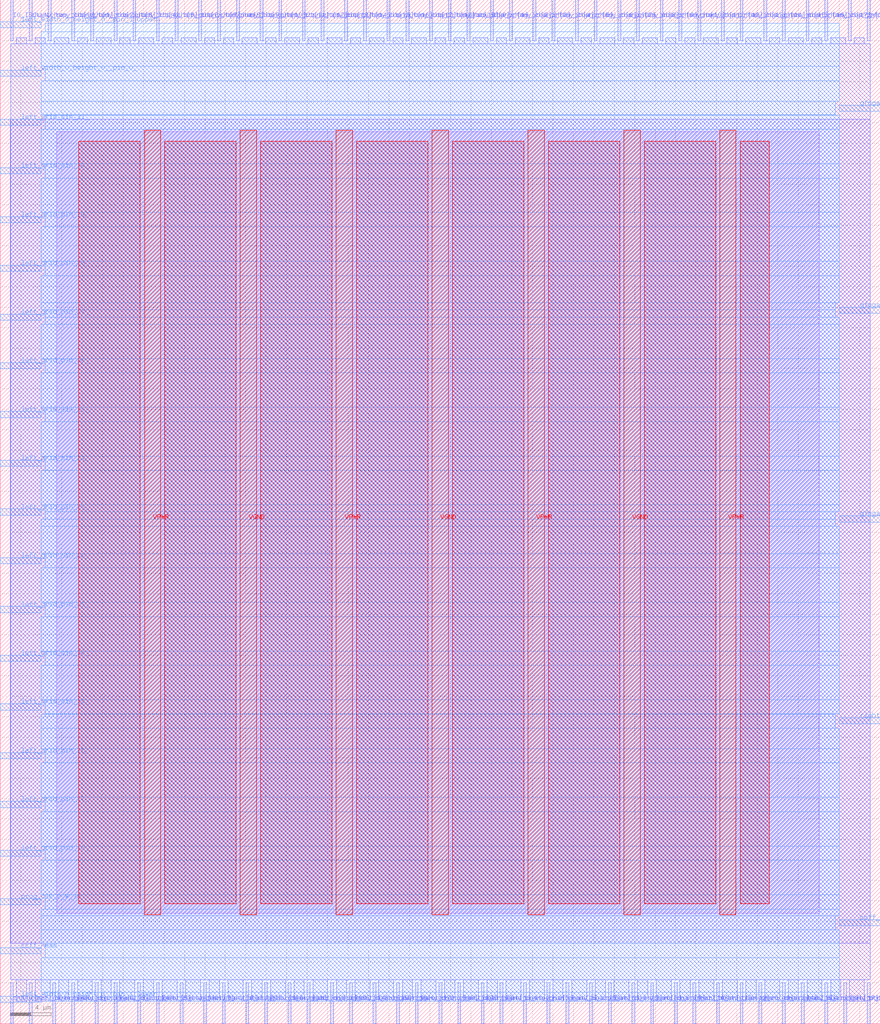
<source format=lef>
VERSION 5.7 ;
  NOWIREEXTENSIONATPIN ON ;
  DIVIDERCHAR "/" ;
  BUSBITCHARS "[]" ;
MACRO cby_2__1_
  CLASS BLOCK ;
  FOREIGN cby_2__1_ ;
  ORIGIN 0.000 0.000 ;
  SIZE 86.000 BY 100.000 ;
  PIN IO_ISOL_N
    DIRECTION INPUT ;
    USE SIGNAL ;
    PORT
      LAYER met2 ;
        RECT 1.010 96.000 1.290 100.000 ;
    END
  END IO_ISOL_N
  PIN VGND
    DIRECTION INPUT ;
    USE GROUND ;
    PORT
      LAYER met4 ;
        RECT 23.460 10.640 25.060 87.280 ;
    END
    PORT
      LAYER met4 ;
        RECT 42.200 10.640 43.800 87.280 ;
    END
    PORT
      LAYER met4 ;
        RECT 60.940 10.640 62.540 87.280 ;
    END
  END VGND
  PIN VPWR
    DIRECTION INPUT ;
    USE POWER ;
    PORT
      LAYER met4 ;
        RECT 14.090 10.640 15.690 87.280 ;
    END
    PORT
      LAYER met4 ;
        RECT 32.830 10.640 34.430 87.280 ;
    END
    PORT
      LAYER met4 ;
        RECT 51.570 10.640 53.170 87.280 ;
    END
    PORT
      LAYER met4 ;
        RECT 70.310 10.640 71.910 87.280 ;
    END
  END VPWR
  PIN ccff_head
    DIRECTION INPUT ;
    USE SIGNAL ;
    PORT
      LAYER met3 ;
        RECT 0.000 6.840 4.000 7.440 ;
    END
  END ccff_head
  PIN ccff_tail
    DIRECTION OUTPUT TRISTATE ;
    USE SIGNAL ;
    PORT
      LAYER met3 ;
        RECT 82.000 9.560 86.000 10.160 ;
    END
  END ccff_tail
  PIN chany_bottom_in[0]
    DIRECTION INPUT ;
    USE SIGNAL ;
    PORT
      LAYER met2 ;
        RECT 42.870 0.000 43.150 4.000 ;
    END
  END chany_bottom_in[0]
  PIN chany_bottom_in[10]
    DIRECTION INPUT ;
    USE SIGNAL ;
    PORT
      LAYER met2 ;
        RECT 63.570 0.000 63.850 4.000 ;
    END
  END chany_bottom_in[10]
  PIN chany_bottom_in[11]
    DIRECTION INPUT ;
    USE SIGNAL ;
    PORT
      LAYER met2 ;
        RECT 65.870 0.000 66.150 4.000 ;
    END
  END chany_bottom_in[11]
  PIN chany_bottom_in[12]
    DIRECTION INPUT ;
    USE SIGNAL ;
    PORT
      LAYER met2 ;
        RECT 67.710 0.000 67.990 4.000 ;
    END
  END chany_bottom_in[12]
  PIN chany_bottom_in[13]
    DIRECTION INPUT ;
    USE SIGNAL ;
    PORT
      LAYER met2 ;
        RECT 70.010 0.000 70.290 4.000 ;
    END
  END chany_bottom_in[13]
  PIN chany_bottom_in[14]
    DIRECTION INPUT ;
    USE SIGNAL ;
    PORT
      LAYER met2 ;
        RECT 72.310 0.000 72.590 4.000 ;
    END
  END chany_bottom_in[14]
  PIN chany_bottom_in[15]
    DIRECTION INPUT ;
    USE SIGNAL ;
    PORT
      LAYER met2 ;
        RECT 74.150 0.000 74.430 4.000 ;
    END
  END chany_bottom_in[15]
  PIN chany_bottom_in[16]
    DIRECTION INPUT ;
    USE SIGNAL ;
    PORT
      LAYER met2 ;
        RECT 76.450 0.000 76.730 4.000 ;
    END
  END chany_bottom_in[16]
  PIN chany_bottom_in[17]
    DIRECTION INPUT ;
    USE SIGNAL ;
    PORT
      LAYER met2 ;
        RECT 78.290 0.000 78.570 4.000 ;
    END
  END chany_bottom_in[17]
  PIN chany_bottom_in[18]
    DIRECTION INPUT ;
    USE SIGNAL ;
    PORT
      LAYER met2 ;
        RECT 80.590 0.000 80.870 4.000 ;
    END
  END chany_bottom_in[18]
  PIN chany_bottom_in[19]
    DIRECTION INPUT ;
    USE SIGNAL ;
    PORT
      LAYER met2 ;
        RECT 82.430 0.000 82.710 4.000 ;
    END
  END chany_bottom_in[19]
  PIN chany_bottom_in[1]
    DIRECTION INPUT ;
    USE SIGNAL ;
    PORT
      LAYER met2 ;
        RECT 44.710 0.000 44.990 4.000 ;
    END
  END chany_bottom_in[1]
  PIN chany_bottom_in[2]
    DIRECTION INPUT ;
    USE SIGNAL ;
    PORT
      LAYER met2 ;
        RECT 47.010 0.000 47.290 4.000 ;
    END
  END chany_bottom_in[2]
  PIN chany_bottom_in[3]
    DIRECTION INPUT ;
    USE SIGNAL ;
    PORT
      LAYER met2 ;
        RECT 48.850 0.000 49.130 4.000 ;
    END
  END chany_bottom_in[3]
  PIN chany_bottom_in[4]
    DIRECTION INPUT ;
    USE SIGNAL ;
    PORT
      LAYER met2 ;
        RECT 51.150 0.000 51.430 4.000 ;
    END
  END chany_bottom_in[4]
  PIN chany_bottom_in[5]
    DIRECTION INPUT ;
    USE SIGNAL ;
    PORT
      LAYER met2 ;
        RECT 53.450 0.000 53.730 4.000 ;
    END
  END chany_bottom_in[5]
  PIN chany_bottom_in[6]
    DIRECTION INPUT ;
    USE SIGNAL ;
    PORT
      LAYER met2 ;
        RECT 55.290 0.000 55.570 4.000 ;
    END
  END chany_bottom_in[6]
  PIN chany_bottom_in[7]
    DIRECTION INPUT ;
    USE SIGNAL ;
    PORT
      LAYER met2 ;
        RECT 57.590 0.000 57.870 4.000 ;
    END
  END chany_bottom_in[7]
  PIN chany_bottom_in[8]
    DIRECTION INPUT ;
    USE SIGNAL ;
    PORT
      LAYER met2 ;
        RECT 59.430 0.000 59.710 4.000 ;
    END
  END chany_bottom_in[8]
  PIN chany_bottom_in[9]
    DIRECTION INPUT ;
    USE SIGNAL ;
    PORT
      LAYER met2 ;
        RECT 61.730 0.000 62.010 4.000 ;
    END
  END chany_bottom_in[9]
  PIN chany_bottom_out[0]
    DIRECTION OUTPUT TRISTATE ;
    USE SIGNAL ;
    PORT
      LAYER met2 ;
        RECT 1.010 0.000 1.290 4.000 ;
    END
  END chany_bottom_out[0]
  PIN chany_bottom_out[10]
    DIRECTION OUTPUT TRISTATE ;
    USE SIGNAL ;
    PORT
      LAYER met2 ;
        RECT 21.710 0.000 21.990 4.000 ;
    END
  END chany_bottom_out[10]
  PIN chany_bottom_out[11]
    DIRECTION OUTPUT TRISTATE ;
    USE SIGNAL ;
    PORT
      LAYER met2 ;
        RECT 24.010 0.000 24.290 4.000 ;
    END
  END chany_bottom_out[11]
  PIN chany_bottom_out[12]
    DIRECTION OUTPUT TRISTATE ;
    USE SIGNAL ;
    PORT
      LAYER met2 ;
        RECT 25.850 0.000 26.130 4.000 ;
    END
  END chany_bottom_out[12]
  PIN chany_bottom_out[13]
    DIRECTION OUTPUT TRISTATE ;
    USE SIGNAL ;
    PORT
      LAYER met2 ;
        RECT 28.150 0.000 28.430 4.000 ;
    END
  END chany_bottom_out[13]
  PIN chany_bottom_out[14]
    DIRECTION OUTPUT TRISTATE ;
    USE SIGNAL ;
    PORT
      LAYER met2 ;
        RECT 29.990 0.000 30.270 4.000 ;
    END
  END chany_bottom_out[14]
  PIN chany_bottom_out[15]
    DIRECTION OUTPUT TRISTATE ;
    USE SIGNAL ;
    PORT
      LAYER met2 ;
        RECT 32.290 0.000 32.570 4.000 ;
    END
  END chany_bottom_out[15]
  PIN chany_bottom_out[16]
    DIRECTION OUTPUT TRISTATE ;
    USE SIGNAL ;
    PORT
      LAYER met2 ;
        RECT 34.130 0.000 34.410 4.000 ;
    END
  END chany_bottom_out[16]
  PIN chany_bottom_out[17]
    DIRECTION OUTPUT TRISTATE ;
    USE SIGNAL ;
    PORT
      LAYER met2 ;
        RECT 36.430 0.000 36.710 4.000 ;
    END
  END chany_bottom_out[17]
  PIN chany_bottom_out[18]
    DIRECTION OUTPUT TRISTATE ;
    USE SIGNAL ;
    PORT
      LAYER met2 ;
        RECT 38.730 0.000 39.010 4.000 ;
    END
  END chany_bottom_out[18]
  PIN chany_bottom_out[19]
    DIRECTION OUTPUT TRISTATE ;
    USE SIGNAL ;
    PORT
      LAYER met2 ;
        RECT 40.570 0.000 40.850 4.000 ;
    END
  END chany_bottom_out[19]
  PIN chany_bottom_out[1]
    DIRECTION OUTPUT TRISTATE ;
    USE SIGNAL ;
    PORT
      LAYER met2 ;
        RECT 2.850 0.000 3.130 4.000 ;
    END
  END chany_bottom_out[1]
  PIN chany_bottom_out[2]
    DIRECTION OUTPUT TRISTATE ;
    USE SIGNAL ;
    PORT
      LAYER met2 ;
        RECT 5.150 0.000 5.430 4.000 ;
    END
  END chany_bottom_out[2]
  PIN chany_bottom_out[3]
    DIRECTION OUTPUT TRISTATE ;
    USE SIGNAL ;
    PORT
      LAYER met2 ;
        RECT 6.990 0.000 7.270 4.000 ;
    END
  END chany_bottom_out[3]
  PIN chany_bottom_out[4]
    DIRECTION OUTPUT TRISTATE ;
    USE SIGNAL ;
    PORT
      LAYER met2 ;
        RECT 9.290 0.000 9.570 4.000 ;
    END
  END chany_bottom_out[4]
  PIN chany_bottom_out[5]
    DIRECTION OUTPUT TRISTATE ;
    USE SIGNAL ;
    PORT
      LAYER met2 ;
        RECT 11.130 0.000 11.410 4.000 ;
    END
  END chany_bottom_out[5]
  PIN chany_bottom_out[6]
    DIRECTION OUTPUT TRISTATE ;
    USE SIGNAL ;
    PORT
      LAYER met2 ;
        RECT 13.430 0.000 13.710 4.000 ;
    END
  END chany_bottom_out[6]
  PIN chany_bottom_out[7]
    DIRECTION OUTPUT TRISTATE ;
    USE SIGNAL ;
    PORT
      LAYER met2 ;
        RECT 15.270 0.000 15.550 4.000 ;
    END
  END chany_bottom_out[7]
  PIN chany_bottom_out[8]
    DIRECTION OUTPUT TRISTATE ;
    USE SIGNAL ;
    PORT
      LAYER met2 ;
        RECT 17.570 0.000 17.850 4.000 ;
    END
  END chany_bottom_out[8]
  PIN chany_bottom_out[9]
    DIRECTION OUTPUT TRISTATE ;
    USE SIGNAL ;
    PORT
      LAYER met2 ;
        RECT 19.870 0.000 20.150 4.000 ;
    END
  END chany_bottom_out[9]
  PIN chany_top_in[0]
    DIRECTION INPUT ;
    USE SIGNAL ;
    PORT
      LAYER met2 ;
        RECT 43.790 96.000 44.070 100.000 ;
    END
  END chany_top_in[0]
  PIN chany_top_in[10]
    DIRECTION INPUT ;
    USE SIGNAL ;
    PORT
      LAYER met2 ;
        RECT 64.490 96.000 64.770 100.000 ;
    END
  END chany_top_in[10]
  PIN chany_top_in[11]
    DIRECTION INPUT ;
    USE SIGNAL ;
    PORT
      LAYER met2 ;
        RECT 66.330 96.000 66.610 100.000 ;
    END
  END chany_top_in[11]
  PIN chany_top_in[12]
    DIRECTION INPUT ;
    USE SIGNAL ;
    PORT
      LAYER met2 ;
        RECT 68.170 96.000 68.450 100.000 ;
    END
  END chany_top_in[12]
  PIN chany_top_in[13]
    DIRECTION INPUT ;
    USE SIGNAL ;
    PORT
      LAYER met2 ;
        RECT 70.470 96.000 70.750 100.000 ;
    END
  END chany_top_in[13]
  PIN chany_top_in[14]
    DIRECTION INPUT ;
    USE SIGNAL ;
    PORT
      LAYER met2 ;
        RECT 72.310 96.000 72.590 100.000 ;
    END
  END chany_top_in[14]
  PIN chany_top_in[15]
    DIRECTION INPUT ;
    USE SIGNAL ;
    PORT
      LAYER met2 ;
        RECT 74.610 96.000 74.890 100.000 ;
    END
  END chany_top_in[15]
  PIN chany_top_in[16]
    DIRECTION INPUT ;
    USE SIGNAL ;
    PORT
      LAYER met2 ;
        RECT 76.450 96.000 76.730 100.000 ;
    END
  END chany_top_in[16]
  PIN chany_top_in[17]
    DIRECTION INPUT ;
    USE SIGNAL ;
    PORT
      LAYER met2 ;
        RECT 78.750 96.000 79.030 100.000 ;
    END
  END chany_top_in[17]
  PIN chany_top_in[18]
    DIRECTION INPUT ;
    USE SIGNAL ;
    PORT
      LAYER met2 ;
        RECT 80.590 96.000 80.870 100.000 ;
    END
  END chany_top_in[18]
  PIN chany_top_in[19]
    DIRECTION INPUT ;
    USE SIGNAL ;
    PORT
      LAYER met2 ;
        RECT 82.890 96.000 83.170 100.000 ;
    END
  END chany_top_in[19]
  PIN chany_top_in[1]
    DIRECTION INPUT ;
    USE SIGNAL ;
    PORT
      LAYER met2 ;
        RECT 45.630 96.000 45.910 100.000 ;
    END
  END chany_top_in[1]
  PIN chany_top_in[2]
    DIRECTION INPUT ;
    USE SIGNAL ;
    PORT
      LAYER met2 ;
        RECT 47.930 96.000 48.210 100.000 ;
    END
  END chany_top_in[2]
  PIN chany_top_in[3]
    DIRECTION INPUT ;
    USE SIGNAL ;
    PORT
      LAYER met2 ;
        RECT 49.770 96.000 50.050 100.000 ;
    END
  END chany_top_in[3]
  PIN chany_top_in[4]
    DIRECTION INPUT ;
    USE SIGNAL ;
    PORT
      LAYER met2 ;
        RECT 52.070 96.000 52.350 100.000 ;
    END
  END chany_top_in[4]
  PIN chany_top_in[5]
    DIRECTION INPUT ;
    USE SIGNAL ;
    PORT
      LAYER met2 ;
        RECT 53.910 96.000 54.190 100.000 ;
    END
  END chany_top_in[5]
  PIN chany_top_in[6]
    DIRECTION INPUT ;
    USE SIGNAL ;
    PORT
      LAYER met2 ;
        RECT 56.210 96.000 56.490 100.000 ;
    END
  END chany_top_in[6]
  PIN chany_top_in[7]
    DIRECTION INPUT ;
    USE SIGNAL ;
    PORT
      LAYER met2 ;
        RECT 58.050 96.000 58.330 100.000 ;
    END
  END chany_top_in[7]
  PIN chany_top_in[8]
    DIRECTION INPUT ;
    USE SIGNAL ;
    PORT
      LAYER met2 ;
        RECT 60.350 96.000 60.630 100.000 ;
    END
  END chany_top_in[8]
  PIN chany_top_in[9]
    DIRECTION INPUT ;
    USE SIGNAL ;
    PORT
      LAYER met2 ;
        RECT 62.190 96.000 62.470 100.000 ;
    END
  END chany_top_in[9]
  PIN chany_top_out[0]
    DIRECTION OUTPUT TRISTATE ;
    USE SIGNAL ;
    PORT
      LAYER met2 ;
        RECT 2.850 96.000 3.130 100.000 ;
    END
  END chany_top_out[0]
  PIN chany_top_out[10]
    DIRECTION OUTPUT TRISTATE ;
    USE SIGNAL ;
    PORT
      LAYER met2 ;
        RECT 23.090 96.000 23.370 100.000 ;
    END
  END chany_top_out[10]
  PIN chany_top_out[11]
    DIRECTION OUTPUT TRISTATE ;
    USE SIGNAL ;
    PORT
      LAYER met2 ;
        RECT 25.390 96.000 25.670 100.000 ;
    END
  END chany_top_out[11]
  PIN chany_top_out[12]
    DIRECTION OUTPUT TRISTATE ;
    USE SIGNAL ;
    PORT
      LAYER met2 ;
        RECT 27.230 96.000 27.510 100.000 ;
    END
  END chany_top_out[12]
  PIN chany_top_out[13]
    DIRECTION OUTPUT TRISTATE ;
    USE SIGNAL ;
    PORT
      LAYER met2 ;
        RECT 29.530 96.000 29.810 100.000 ;
    END
  END chany_top_out[13]
  PIN chany_top_out[14]
    DIRECTION OUTPUT TRISTATE ;
    USE SIGNAL ;
    PORT
      LAYER met2 ;
        RECT 31.370 96.000 31.650 100.000 ;
    END
  END chany_top_out[14]
  PIN chany_top_out[15]
    DIRECTION OUTPUT TRISTATE ;
    USE SIGNAL ;
    PORT
      LAYER met2 ;
        RECT 33.670 96.000 33.950 100.000 ;
    END
  END chany_top_out[15]
  PIN chany_top_out[16]
    DIRECTION OUTPUT TRISTATE ;
    USE SIGNAL ;
    PORT
      LAYER met2 ;
        RECT 35.510 96.000 35.790 100.000 ;
    END
  END chany_top_out[16]
  PIN chany_top_out[17]
    DIRECTION OUTPUT TRISTATE ;
    USE SIGNAL ;
    PORT
      LAYER met2 ;
        RECT 37.810 96.000 38.090 100.000 ;
    END
  END chany_top_out[17]
  PIN chany_top_out[18]
    DIRECTION OUTPUT TRISTATE ;
    USE SIGNAL ;
    PORT
      LAYER met2 ;
        RECT 39.650 96.000 39.930 100.000 ;
    END
  END chany_top_out[18]
  PIN chany_top_out[19]
    DIRECTION OUTPUT TRISTATE ;
    USE SIGNAL ;
    PORT
      LAYER met2 ;
        RECT 41.950 96.000 42.230 100.000 ;
    END
  END chany_top_out[19]
  PIN chany_top_out[1]
    DIRECTION OUTPUT TRISTATE ;
    USE SIGNAL ;
    PORT
      LAYER met2 ;
        RECT 4.690 96.000 4.970 100.000 ;
    END
  END chany_top_out[1]
  PIN chany_top_out[2]
    DIRECTION OUTPUT TRISTATE ;
    USE SIGNAL ;
    PORT
      LAYER met2 ;
        RECT 6.990 96.000 7.270 100.000 ;
    END
  END chany_top_out[2]
  PIN chany_top_out[3]
    DIRECTION OUTPUT TRISTATE ;
    USE SIGNAL ;
    PORT
      LAYER met2 ;
        RECT 8.830 96.000 9.110 100.000 ;
    END
  END chany_top_out[3]
  PIN chany_top_out[4]
    DIRECTION OUTPUT TRISTATE ;
    USE SIGNAL ;
    PORT
      LAYER met2 ;
        RECT 11.130 96.000 11.410 100.000 ;
    END
  END chany_top_out[4]
  PIN chany_top_out[5]
    DIRECTION OUTPUT TRISTATE ;
    USE SIGNAL ;
    PORT
      LAYER met2 ;
        RECT 12.970 96.000 13.250 100.000 ;
    END
  END chany_top_out[5]
  PIN chany_top_out[6]
    DIRECTION OUTPUT TRISTATE ;
    USE SIGNAL ;
    PORT
      LAYER met2 ;
        RECT 15.270 96.000 15.550 100.000 ;
    END
  END chany_top_out[6]
  PIN chany_top_out[7]
    DIRECTION OUTPUT TRISTATE ;
    USE SIGNAL ;
    PORT
      LAYER met2 ;
        RECT 17.110 96.000 17.390 100.000 ;
    END
  END chany_top_out[7]
  PIN chany_top_out[8]
    DIRECTION OUTPUT TRISTATE ;
    USE SIGNAL ;
    PORT
      LAYER met2 ;
        RECT 19.410 96.000 19.690 100.000 ;
    END
  END chany_top_out[8]
  PIN chany_top_out[9]
    DIRECTION OUTPUT TRISTATE ;
    USE SIGNAL ;
    PORT
      LAYER met2 ;
        RECT 21.250 96.000 21.530 100.000 ;
    END
  END chany_top_out[9]
  PIN gfpga_pad_EMBEDDED_IO_HD_SOC_DIR
    DIRECTION OUTPUT TRISTATE ;
    USE SIGNAL ;
    PORT
      LAYER met3 ;
        RECT 82.000 49.000 86.000 49.600 ;
    END
  END gfpga_pad_EMBEDDED_IO_HD_SOC_DIR
  PIN gfpga_pad_EMBEDDED_IO_HD_SOC_IN
    DIRECTION INPUT ;
    USE SIGNAL ;
    PORT
      LAYER met3 ;
        RECT 82.000 69.400 86.000 70.000 ;
    END
  END gfpga_pad_EMBEDDED_IO_HD_SOC_IN
  PIN gfpga_pad_EMBEDDED_IO_HD_SOC_OUT
    DIRECTION OUTPUT TRISTATE ;
    USE SIGNAL ;
    PORT
      LAYER met3 ;
        RECT 82.000 89.120 86.000 89.720 ;
    END
  END gfpga_pad_EMBEDDED_IO_HD_SOC_OUT
  PIN left_grid_pin_16_
    DIRECTION OUTPUT TRISTATE ;
    USE SIGNAL ;
    PORT
      LAYER met3 ;
        RECT 0.000 16.360 4.000 16.960 ;
    END
  END left_grid_pin_16_
  PIN left_grid_pin_17_
    DIRECTION OUTPUT TRISTATE ;
    USE SIGNAL ;
    PORT
      LAYER met3 ;
        RECT 0.000 21.120 4.000 21.720 ;
    END
  END left_grid_pin_17_
  PIN left_grid_pin_18_
    DIRECTION OUTPUT TRISTATE ;
    USE SIGNAL ;
    PORT
      LAYER met3 ;
        RECT 0.000 25.880 4.000 26.480 ;
    END
  END left_grid_pin_18_
  PIN left_grid_pin_19_
    DIRECTION OUTPUT TRISTATE ;
    USE SIGNAL ;
    PORT
      LAYER met3 ;
        RECT 0.000 30.640 4.000 31.240 ;
    END
  END left_grid_pin_19_
  PIN left_grid_pin_20_
    DIRECTION OUTPUT TRISTATE ;
    USE SIGNAL ;
    PORT
      LAYER met3 ;
        RECT 0.000 35.400 4.000 36.000 ;
    END
  END left_grid_pin_20_
  PIN left_grid_pin_21_
    DIRECTION OUTPUT TRISTATE ;
    USE SIGNAL ;
    PORT
      LAYER met3 ;
        RECT 0.000 40.160 4.000 40.760 ;
    END
  END left_grid_pin_21_
  PIN left_grid_pin_22_
    DIRECTION OUTPUT TRISTATE ;
    USE SIGNAL ;
    PORT
      LAYER met3 ;
        RECT 0.000 44.920 4.000 45.520 ;
    END
  END left_grid_pin_22_
  PIN left_grid_pin_23_
    DIRECTION OUTPUT TRISTATE ;
    USE SIGNAL ;
    PORT
      LAYER met3 ;
        RECT 0.000 49.680 4.000 50.280 ;
    END
  END left_grid_pin_23_
  PIN left_grid_pin_24_
    DIRECTION OUTPUT TRISTATE ;
    USE SIGNAL ;
    PORT
      LAYER met3 ;
        RECT 0.000 54.440 4.000 55.040 ;
    END
  END left_grid_pin_24_
  PIN left_grid_pin_25_
    DIRECTION OUTPUT TRISTATE ;
    USE SIGNAL ;
    PORT
      LAYER met3 ;
        RECT 0.000 59.200 4.000 59.800 ;
    END
  END left_grid_pin_25_
  PIN left_grid_pin_26_
    DIRECTION OUTPUT TRISTATE ;
    USE SIGNAL ;
    PORT
      LAYER met3 ;
        RECT 0.000 63.960 4.000 64.560 ;
    END
  END left_grid_pin_26_
  PIN left_grid_pin_27_
    DIRECTION OUTPUT TRISTATE ;
    USE SIGNAL ;
    PORT
      LAYER met3 ;
        RECT 0.000 68.720 4.000 69.320 ;
    END
  END left_grid_pin_27_
  PIN left_grid_pin_28_
    DIRECTION OUTPUT TRISTATE ;
    USE SIGNAL ;
    PORT
      LAYER met3 ;
        RECT 0.000 73.480 4.000 74.080 ;
    END
  END left_grid_pin_28_
  PIN left_grid_pin_29_
    DIRECTION OUTPUT TRISTATE ;
    USE SIGNAL ;
    PORT
      LAYER met3 ;
        RECT 0.000 78.240 4.000 78.840 ;
    END
  END left_grid_pin_29_
  PIN left_grid_pin_30_
    DIRECTION OUTPUT TRISTATE ;
    USE SIGNAL ;
    PORT
      LAYER met3 ;
        RECT 0.000 83.000 4.000 83.600 ;
    END
  END left_grid_pin_30_
  PIN left_grid_pin_31_
    DIRECTION OUTPUT TRISTATE ;
    USE SIGNAL ;
    PORT
      LAYER met3 ;
        RECT 0.000 87.760 4.000 88.360 ;
    END
  END left_grid_pin_31_
  PIN left_width_0_height_0__pin_0_
    DIRECTION INPUT ;
    USE SIGNAL ;
    PORT
      LAYER met3 ;
        RECT 0.000 92.520 4.000 93.120 ;
    END
  END left_width_0_height_0__pin_0_
  PIN left_width_0_height_0__pin_1_lower
    DIRECTION OUTPUT TRISTATE ;
    USE SIGNAL ;
    PORT
      LAYER met3 ;
        RECT 0.000 2.080 4.000 2.680 ;
    END
  END left_width_0_height_0__pin_1_lower
  PIN left_width_0_height_0__pin_1_upper
    DIRECTION OUTPUT TRISTATE ;
    USE SIGNAL ;
    PORT
      LAYER met3 ;
        RECT 0.000 97.280 4.000 97.880 ;
    END
  END left_width_0_height_0__pin_1_upper
  PIN prog_clk_0_N_out
    DIRECTION OUTPUT TRISTATE ;
    USE SIGNAL ;
    PORT
      LAYER met2 ;
        RECT 84.730 96.000 85.010 100.000 ;
    END
  END prog_clk_0_N_out
  PIN prog_clk_0_S_out
    DIRECTION OUTPUT TRISTATE ;
    USE SIGNAL ;
    PORT
      LAYER met2 ;
        RECT 84.730 0.000 85.010 4.000 ;
    END
  END prog_clk_0_S_out
  PIN prog_clk_0_W_in
    DIRECTION INPUT ;
    USE SIGNAL ;
    PORT
      LAYER met3 ;
        RECT 0.000 11.600 4.000 12.200 ;
    END
  END prog_clk_0_W_in
  PIN right_grid_pin_0_
    DIRECTION OUTPUT TRISTATE ;
    USE SIGNAL ;
    PORT
      LAYER met3 ;
        RECT 82.000 29.280 86.000 29.880 ;
    END
  END right_grid_pin_0_
  OBS
      LAYER li1 ;
        RECT 5.520 10.795 80.040 87.125 ;
      LAYER met1 ;
        RECT 0.990 7.860 85.030 88.360 ;
      LAYER met2 ;
        RECT 1.570 95.720 2.570 96.290 ;
        RECT 3.410 95.720 4.410 96.290 ;
        RECT 5.250 95.720 6.710 96.290 ;
        RECT 7.550 95.720 8.550 96.290 ;
        RECT 9.390 95.720 10.850 96.290 ;
        RECT 11.690 95.720 12.690 96.290 ;
        RECT 13.530 95.720 14.990 96.290 ;
        RECT 15.830 95.720 16.830 96.290 ;
        RECT 17.670 95.720 19.130 96.290 ;
        RECT 19.970 95.720 20.970 96.290 ;
        RECT 21.810 95.720 22.810 96.290 ;
        RECT 23.650 95.720 25.110 96.290 ;
        RECT 25.950 95.720 26.950 96.290 ;
        RECT 27.790 95.720 29.250 96.290 ;
        RECT 30.090 95.720 31.090 96.290 ;
        RECT 31.930 95.720 33.390 96.290 ;
        RECT 34.230 95.720 35.230 96.290 ;
        RECT 36.070 95.720 37.530 96.290 ;
        RECT 38.370 95.720 39.370 96.290 ;
        RECT 40.210 95.720 41.670 96.290 ;
        RECT 42.510 95.720 43.510 96.290 ;
        RECT 44.350 95.720 45.350 96.290 ;
        RECT 46.190 95.720 47.650 96.290 ;
        RECT 48.490 95.720 49.490 96.290 ;
        RECT 50.330 95.720 51.790 96.290 ;
        RECT 52.630 95.720 53.630 96.290 ;
        RECT 54.470 95.720 55.930 96.290 ;
        RECT 56.770 95.720 57.770 96.290 ;
        RECT 58.610 95.720 60.070 96.290 ;
        RECT 60.910 95.720 61.910 96.290 ;
        RECT 62.750 95.720 64.210 96.290 ;
        RECT 65.050 95.720 66.050 96.290 ;
        RECT 66.890 95.720 67.890 96.290 ;
        RECT 68.730 95.720 70.190 96.290 ;
        RECT 71.030 95.720 72.030 96.290 ;
        RECT 72.870 95.720 74.330 96.290 ;
        RECT 75.170 95.720 76.170 96.290 ;
        RECT 77.010 95.720 78.470 96.290 ;
        RECT 79.310 95.720 80.310 96.290 ;
        RECT 81.150 95.720 82.610 96.290 ;
        RECT 83.450 95.720 84.450 96.290 ;
        RECT 1.020 4.280 85.000 95.720 ;
        RECT 1.570 2.195 2.570 4.280 ;
        RECT 3.410 2.195 4.870 4.280 ;
        RECT 5.710 2.195 6.710 4.280 ;
        RECT 7.550 2.195 9.010 4.280 ;
        RECT 9.850 2.195 10.850 4.280 ;
        RECT 11.690 2.195 13.150 4.280 ;
        RECT 13.990 2.195 14.990 4.280 ;
        RECT 15.830 2.195 17.290 4.280 ;
        RECT 18.130 2.195 19.590 4.280 ;
        RECT 20.430 2.195 21.430 4.280 ;
        RECT 22.270 2.195 23.730 4.280 ;
        RECT 24.570 2.195 25.570 4.280 ;
        RECT 26.410 2.195 27.870 4.280 ;
        RECT 28.710 2.195 29.710 4.280 ;
        RECT 30.550 2.195 32.010 4.280 ;
        RECT 32.850 2.195 33.850 4.280 ;
        RECT 34.690 2.195 36.150 4.280 ;
        RECT 36.990 2.195 38.450 4.280 ;
        RECT 39.290 2.195 40.290 4.280 ;
        RECT 41.130 2.195 42.590 4.280 ;
        RECT 43.430 2.195 44.430 4.280 ;
        RECT 45.270 2.195 46.730 4.280 ;
        RECT 47.570 2.195 48.570 4.280 ;
        RECT 49.410 2.195 50.870 4.280 ;
        RECT 51.710 2.195 53.170 4.280 ;
        RECT 54.010 2.195 55.010 4.280 ;
        RECT 55.850 2.195 57.310 4.280 ;
        RECT 58.150 2.195 59.150 4.280 ;
        RECT 59.990 2.195 61.450 4.280 ;
        RECT 62.290 2.195 63.290 4.280 ;
        RECT 64.130 2.195 65.590 4.280 ;
        RECT 66.430 2.195 67.430 4.280 ;
        RECT 68.270 2.195 69.730 4.280 ;
        RECT 70.570 2.195 72.030 4.280 ;
        RECT 72.870 2.195 73.870 4.280 ;
        RECT 74.710 2.195 76.170 4.280 ;
        RECT 77.010 2.195 78.010 4.280 ;
        RECT 78.850 2.195 80.310 4.280 ;
        RECT 81.150 2.195 82.150 4.280 ;
        RECT 82.990 2.195 84.450 4.280 ;
      LAYER met3 ;
        RECT 4.400 96.880 82.000 97.730 ;
        RECT 4.000 93.520 82.000 96.880 ;
        RECT 4.400 92.120 82.000 93.520 ;
        RECT 4.000 90.120 82.000 92.120 ;
        RECT 4.000 88.760 81.600 90.120 ;
        RECT 4.400 88.720 81.600 88.760 ;
        RECT 4.400 87.360 82.000 88.720 ;
        RECT 4.000 84.000 82.000 87.360 ;
        RECT 4.400 82.600 82.000 84.000 ;
        RECT 4.000 79.240 82.000 82.600 ;
        RECT 4.400 77.840 82.000 79.240 ;
        RECT 4.000 74.480 82.000 77.840 ;
        RECT 4.400 73.080 82.000 74.480 ;
        RECT 4.000 70.400 82.000 73.080 ;
        RECT 4.000 69.720 81.600 70.400 ;
        RECT 4.400 69.000 81.600 69.720 ;
        RECT 4.400 68.320 82.000 69.000 ;
        RECT 4.000 64.960 82.000 68.320 ;
        RECT 4.400 63.560 82.000 64.960 ;
        RECT 4.000 60.200 82.000 63.560 ;
        RECT 4.400 58.800 82.000 60.200 ;
        RECT 4.000 55.440 82.000 58.800 ;
        RECT 4.400 54.040 82.000 55.440 ;
        RECT 4.000 50.680 82.000 54.040 ;
        RECT 4.400 50.000 82.000 50.680 ;
        RECT 4.400 49.280 81.600 50.000 ;
        RECT 4.000 48.600 81.600 49.280 ;
        RECT 4.000 45.920 82.000 48.600 ;
        RECT 4.400 44.520 82.000 45.920 ;
        RECT 4.000 41.160 82.000 44.520 ;
        RECT 4.400 39.760 82.000 41.160 ;
        RECT 4.000 36.400 82.000 39.760 ;
        RECT 4.400 35.000 82.000 36.400 ;
        RECT 4.000 31.640 82.000 35.000 ;
        RECT 4.400 30.280 82.000 31.640 ;
        RECT 4.400 30.240 81.600 30.280 ;
        RECT 4.000 28.880 81.600 30.240 ;
        RECT 4.000 26.880 82.000 28.880 ;
        RECT 4.400 25.480 82.000 26.880 ;
        RECT 4.000 22.120 82.000 25.480 ;
        RECT 4.400 20.720 82.000 22.120 ;
        RECT 4.000 17.360 82.000 20.720 ;
        RECT 4.400 15.960 82.000 17.360 ;
        RECT 4.000 12.600 82.000 15.960 ;
        RECT 4.400 11.200 82.000 12.600 ;
        RECT 4.000 10.560 82.000 11.200 ;
        RECT 4.000 9.160 81.600 10.560 ;
        RECT 4.000 7.840 82.000 9.160 ;
        RECT 4.400 6.440 82.000 7.840 ;
        RECT 4.000 3.080 82.000 6.440 ;
        RECT 4.400 2.215 82.000 3.080 ;
      LAYER met4 ;
        RECT 7.655 11.735 13.690 86.185 ;
        RECT 16.090 11.735 23.060 86.185 ;
        RECT 25.460 11.735 32.430 86.185 ;
        RECT 34.830 11.735 41.800 86.185 ;
        RECT 44.200 11.735 51.170 86.185 ;
        RECT 53.570 11.735 60.540 86.185 ;
        RECT 62.940 11.735 69.910 86.185 ;
        RECT 72.310 11.735 75.145 86.185 ;
  END
END cby_2__1_
END LIBRARY


</source>
